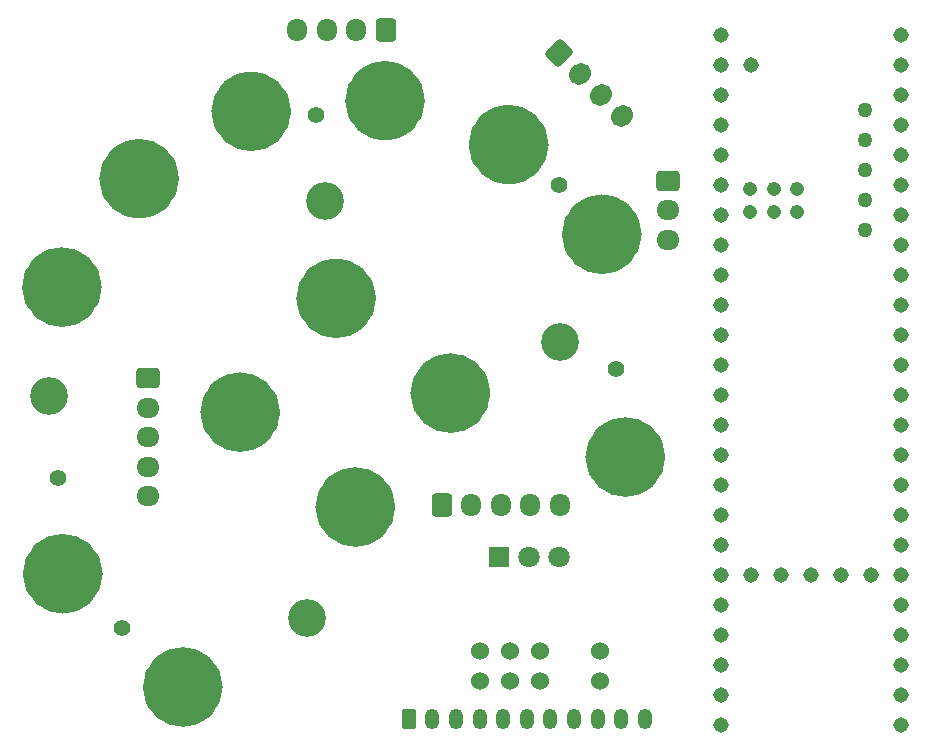
<source format=gbr>
%TF.GenerationSoftware,KiCad,Pcbnew,(5.99.0-12548-gc9aebb8529)*%
%TF.CreationDate,2021-09-28T22:04:13-04:00*%
%TF.ProjectId,TeensyWheel,5465656e-7379-4576-9865-656c2e6b6963,rev?*%
%TF.SameCoordinates,Original*%
%TF.FileFunction,Soldermask,Top*%
%TF.FilePolarity,Negative*%
%FSLAX46Y46*%
G04 Gerber Fmt 4.6, Leading zero omitted, Abs format (unit mm)*
G04 Created by KiCad (PCBNEW (5.99.0-12548-gc9aebb8529)) date 2021-09-28 22:04:13*
%MOMM*%
%LPD*%
G01*
G04 APERTURE LIST*
G04 Aperture macros list*
%AMRoundRect*
0 Rectangle with rounded corners*
0 $1 Rounding radius*
0 $2 $3 $4 $5 $6 $7 $8 $9 X,Y pos of 4 corners*
0 Add a 4 corners polygon primitive as box body*
4,1,4,$2,$3,$4,$5,$6,$7,$8,$9,$2,$3,0*
0 Add four circle primitives for the rounded corners*
1,1,$1+$1,$2,$3*
1,1,$1+$1,$4,$5*
1,1,$1+$1,$6,$7*
1,1,$1+$1,$8,$9*
0 Add four rect primitives between the rounded corners*
20,1,$1+$1,$2,$3,$4,$5,0*
20,1,$1+$1,$4,$5,$6,$7,0*
20,1,$1+$1,$6,$7,$8,$9,0*
20,1,$1+$1,$8,$9,$2,$3,0*%
%AMHorizOval*
0 Thick line with rounded ends*
0 $1 width*
0 $2 $3 position (X,Y) of the first rounded end (center of the circle)*
0 $4 $5 position (X,Y) of the second rounded end (center of the circle)*
0 Add line between two ends*
20,1,$1,$2,$3,$4,$5,0*
0 Add two circle primitives to create the rounded ends*
1,1,$1,$2,$3*
1,1,$1,$4,$5*%
%AMFreePoly0*
4,1,44,0.003358,3.345106,0.030902,3.345106,0.033872,3.342948,0.037534,3.342689,0.058616,3.324970,0.080902,3.308779,0.082037,3.305287,0.084847,3.302925,0.091489,3.276193,0.100000,3.250000,0.100000,-3.250000,0.091489,-3.276193,0.084847,-3.302925,0.082037,-3.305287,0.080902,-3.308779,0.058616,-3.324970,0.037534,-3.342689,0.033872,-3.342948,0.030902,-3.345106,0.003358,-3.345106,
-0.024116,-3.347049,-1.018116,-3.100049,-1.032868,-3.090847,-1.049597,-3.086120,-2.103597,-2.381120,-2.115723,-2.365723,-2.131120,-2.353597,-2.836120,-1.299597,-2.841472,-1.280654,-2.851085,-1.263475,-3.098085,-0.019475,-3.095773,0.000000,-3.098085,0.019475,-2.851085,1.263475,-2.841472,1.280654,-2.836120,1.299597,-2.131120,2.353597,-2.115723,2.365723,-2.103597,2.381120,-1.049597,3.086120,
-1.032868,3.090847,-1.018116,3.100049,-0.024116,3.347049,0.003358,3.345106,0.003358,3.345106,$1*%
G04 Aperture macros list end*
%ADD10C,3.360000*%
%ADD11C,1.400000*%
%ADD12FreePoly0,0.000000*%
%ADD13FreePoly0,180.000000*%
%ADD14C,3.200000*%
%ADD15R,1.800000X1.800000*%
%ADD16C,1.800000*%
%ADD17C,1.524000*%
%ADD18RoundRect,0.250000X-0.600000X-0.725000X0.600000X-0.725000X0.600000X0.725000X-0.600000X0.725000X0*%
%ADD19O,1.700000X1.950000*%
%ADD20RoundRect,0.250000X-0.936916X-0.088388X-0.088388X-0.936916X0.936916X0.088388X0.088388X0.936916X0*%
%ADD21HorizOval,1.700000X-0.088388X-0.088388X0.088388X0.088388X0*%
%ADD22RoundRect,0.250000X-0.350000X-0.625000X0.350000X-0.625000X0.350000X0.625000X-0.350000X0.625000X0*%
%ADD23O,1.200000X1.750000*%
%ADD24RoundRect,0.250000X0.600000X0.725000X-0.600000X0.725000X-0.600000X-0.725000X0.600000X-0.725000X0*%
%ADD25C,1.308000*%
%ADD26C,1.258000*%
%ADD27C,1.208000*%
%ADD28RoundRect,0.250000X-0.725000X0.600000X-0.725000X-0.600000X0.725000X-0.600000X0.725000X0.600000X0*%
%ADD29O,1.950000X1.700000*%
G04 APERTURE END LIST*
%TO.C,SW12*%
D10*
X65620000Y-107520000D02*
G75*
G03*
X65620000Y-107520000I-1680000J0D01*
G01*
%TO.C,SW3*%
X64690000Y-132990000D02*
G75*
G03*
X64690000Y-132990000I-1680000J0D01*
G01*
%TO.C,SW6*%
X49590000Y-122400000D02*
G75*
G03*
X49590000Y-122400000I-1680000J0D01*
G01*
%TO.C,SW2*%
X74440000Y-141020000D02*
G75*
G03*
X74440000Y-141020000I-1680000J0D01*
G01*
%TO.C,SW4*%
X82490000Y-131380000D02*
G75*
G03*
X82490000Y-131380000I-1680000J0D01*
G01*
%TO.C,SW11*%
X59820000Y-156260000D02*
G75*
G03*
X59820000Y-156260000I-1680000J0D01*
G01*
%TO.C,SW10*%
X49660000Y-146670000D02*
G75*
G03*
X49660000Y-146670000I-1680000J0D01*
G01*
%TO.C,SW9*%
X87410000Y-110330000D02*
G75*
G03*
X87410000Y-110330000I-1680000J0D01*
G01*
%TO.C,SW8*%
X56130000Y-113220000D02*
G75*
G03*
X56130000Y-113220000I-1680000J0D01*
G01*
%TO.C,SW7*%
X95300000Y-117930000D02*
G75*
G03*
X95300000Y-117930000I-1680000J0D01*
G01*
%TO.C,SW1*%
X72810000Y-123350000D02*
G75*
G03*
X72810000Y-123350000I-1680000J0D01*
G01*
%TO.C,SW14*%
X97300000Y-136790000D02*
G75*
G03*
X97300000Y-136790000I-1680000J0D01*
G01*
%TO.C,SW13*%
X76950000Y-106620000D02*
G75*
G03*
X76950000Y-106620000I-1680000J0D01*
G01*
%TD*%
D11*
%TO.C,REF\u002A\u002A*%
X69460000Y-107810000D03*
%TD*%
%TO.C,REF\u002A\u002A*%
X47570000Y-138590000D03*
%TD*%
D12*
%TO.C,SW12*%
X63690000Y-107520000D03*
D13*
X64190000Y-107520000D03*
%TD*%
D12*
%TO.C,SW3*%
X62760000Y-132990000D03*
D13*
X63260000Y-132990000D03*
%TD*%
D12*
%TO.C,SW6*%
X47660000Y-122400000D03*
D13*
X48160000Y-122400000D03*
%TD*%
D12*
%TO.C,SW2*%
X72510000Y-141020000D03*
D13*
X73010000Y-141020000D03*
%TD*%
D14*
%TO.C,REF\u002A\u002A*%
X68690000Y-150400000D03*
%TD*%
D12*
%TO.C,SW4*%
X80560000Y-131380000D03*
D13*
X81060000Y-131380000D03*
%TD*%
D12*
%TO.C,SW11*%
X57890000Y-156260000D03*
D13*
X58390000Y-156260000D03*
%TD*%
D14*
%TO.C,REF\u002A\u002A*%
X46830000Y-131650000D03*
%TD*%
D12*
%TO.C,SW10*%
X47730000Y-146670000D03*
D13*
X48230000Y-146670000D03*
%TD*%
D12*
%TO.C,SW9*%
X85480000Y-110330000D03*
D13*
X85980000Y-110330000D03*
%TD*%
D12*
%TO.C,SW8*%
X54200000Y-113220000D03*
D13*
X54700000Y-113220000D03*
%TD*%
D14*
%TO.C,REF\u002A\u002A*%
X70230000Y-115120000D03*
%TD*%
D15*
%TO.C,D1*%
X84930000Y-145220000D03*
D16*
X87470000Y-145220000D03*
X90010000Y-145220000D03*
%TD*%
D11*
%TO.C,REF\u002A\u002A*%
X89960000Y-113770000D03*
%TD*%
D12*
%TO.C,SW7*%
X93370000Y-117930000D03*
D13*
X93870000Y-117930000D03*
%TD*%
D11*
%TO.C,REF\u002A\u002A*%
X94800000Y-129320000D03*
%TD*%
D12*
%TO.C,SW1*%
X70880000Y-123350000D03*
D13*
X71380000Y-123350000D03*
%TD*%
D14*
%TO.C,REF\u002A\u002A*%
X90100000Y-127070000D03*
%TD*%
D11*
%TO.C,REF\u002A\u002A*%
X53010000Y-151280000D03*
%TD*%
D12*
%TO.C,SW14*%
X95370000Y-136790000D03*
D13*
X95870000Y-136790000D03*
%TD*%
D17*
%TO.C,SW5*%
X83290000Y-155710000D03*
X85830000Y-155710000D03*
X88370000Y-155710000D03*
X93450000Y-155710000D03*
X83290000Y-153170000D03*
X85830000Y-153170000D03*
X88370000Y-153170000D03*
X93450000Y-153170000D03*
%TD*%
D12*
%TO.C,SW13*%
X75020000Y-106620000D03*
D13*
X75520000Y-106620000D03*
%TD*%
D18*
%TO.C,J5*%
X80080000Y-140820000D03*
D19*
X82580000Y-140820000D03*
X85080000Y-140820000D03*
X87580000Y-140820000D03*
X90080000Y-140820000D03*
%TD*%
D20*
%TO.C,J2*%
X90006218Y-102570482D03*
D21*
X91773985Y-104338249D03*
X93541752Y-106106016D03*
X95309519Y-107873783D03*
%TD*%
D22*
%TO.C,J3*%
X77280000Y-158940000D03*
D23*
X79280000Y-158940000D03*
X81280000Y-158940000D03*
X83280000Y-158940000D03*
X85280000Y-158940000D03*
X87280000Y-158940000D03*
X89280000Y-158940000D03*
X91280000Y-158940000D03*
X93280000Y-158940000D03*
X95280000Y-158940000D03*
X97280000Y-158940000D03*
%TD*%
D24*
%TO.C,J6*%
X75330000Y-100600000D03*
D19*
X72830000Y-100600000D03*
X70330000Y-100600000D03*
X67830000Y-100600000D03*
%TD*%
D25*
%TO.C,U1*%
X118970000Y-103630000D03*
X118970000Y-106170000D03*
X118970000Y-108710000D03*
X118970000Y-111250000D03*
X118970000Y-136650000D03*
X103730000Y-106170000D03*
X113890000Y-146810000D03*
X118970000Y-113790000D03*
X118970000Y-116330000D03*
D26*
X115920000Y-107440000D03*
D25*
X118970000Y-118870000D03*
X118970000Y-121410000D03*
X118970000Y-123950000D03*
X118970000Y-126490000D03*
X118970000Y-129030000D03*
X118970000Y-131570000D03*
X118970000Y-134110000D03*
X103730000Y-134110000D03*
X103730000Y-131570000D03*
X103730000Y-129030000D03*
X103730000Y-126490000D03*
X103730000Y-123950000D03*
X103730000Y-121410000D03*
X103730000Y-118870000D03*
X103730000Y-116330000D03*
X103730000Y-113790000D03*
X103730000Y-111250000D03*
X103730000Y-108710000D03*
X118970000Y-139190000D03*
X118970000Y-141730000D03*
X118970000Y-144270000D03*
X118970000Y-146810000D03*
X118970000Y-149350000D03*
X118970000Y-151890000D03*
X118970000Y-154430000D03*
X118970000Y-156970000D03*
X118970000Y-159510000D03*
X103730000Y-159510000D03*
X103730000Y-156970000D03*
X103730000Y-154430000D03*
X103730000Y-151890000D03*
X103730000Y-149350000D03*
X103730000Y-146810000D03*
X103730000Y-144270000D03*
X103730000Y-141730000D03*
X103730000Y-139190000D03*
D26*
X115920000Y-112520000D03*
X115920000Y-109980000D03*
D25*
X118970000Y-101090000D03*
X103730000Y-136650000D03*
X103730000Y-103630000D03*
X111350000Y-146810000D03*
D27*
X108180000Y-116060000D03*
X108180000Y-114060000D03*
D25*
X106270000Y-146810000D03*
X108810000Y-146810000D03*
D27*
X106180000Y-114060000D03*
X106180000Y-116060000D03*
X110180000Y-116060000D03*
X110180000Y-114060000D03*
D26*
X115920000Y-115060000D03*
X115920000Y-117600000D03*
D25*
X116430000Y-146810000D03*
X103730000Y-101090000D03*
X106270000Y-103630000D03*
%TD*%
D28*
%TO.C,J1*%
X99250000Y-113390000D03*
D29*
X99250000Y-115890000D03*
X99250000Y-118390000D03*
%TD*%
D28*
%TO.C,J4*%
X55220000Y-130130000D03*
D29*
X55220000Y-132630000D03*
X55220000Y-135130000D03*
X55220000Y-137630000D03*
X55220000Y-140130000D03*
%TD*%
M02*

</source>
